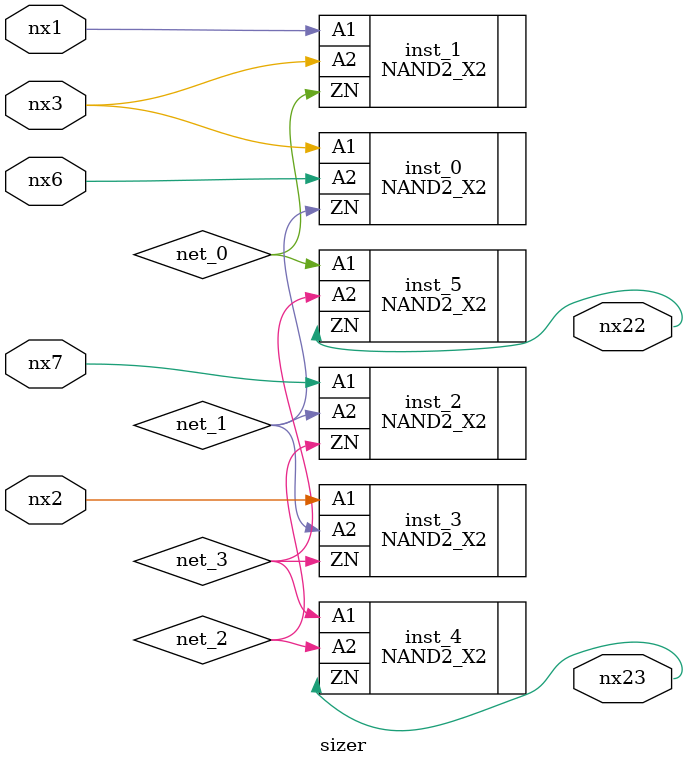
<source format=v>
module sizer (
nx1,
nx7,
nx3,
nx2,
nx6,
nx23,
nx22);

// Start PIs
input nx1;
input nx7;
input nx3;
input nx2;
input nx6;

// Start POs
output nx23;
output nx22;

// Start wires
wire net_1;
wire nx23;
wire nx1;
wire nx7;
wire nx3;
wire net_2;
wire nx22;
wire nx6;
wire net_0;
wire net_3;
wire nx2;

// Start cells
NAND2_X2 inst_0 ( .ZN(net_1), .A2(nx6), .A1(nx3) );
NAND2_X2 inst_1 ( .ZN(net_0), .A2(nx3), .A1(nx1) );
NAND2_X2 inst_2 ( .ZN(net_2), .A2(net_1), .A1(nx7) );
NAND2_X2 inst_3 ( .ZN(net_3), .A2(net_1), .A1(nx2) );
NAND2_X2 inst_4 ( .A1(net_3), .A2(net_2), .ZN(nx23) );
NAND2_X2 inst_5 ( .A2(net_3), .A1(net_0), .ZN(nx22) );

endmodule

</source>
